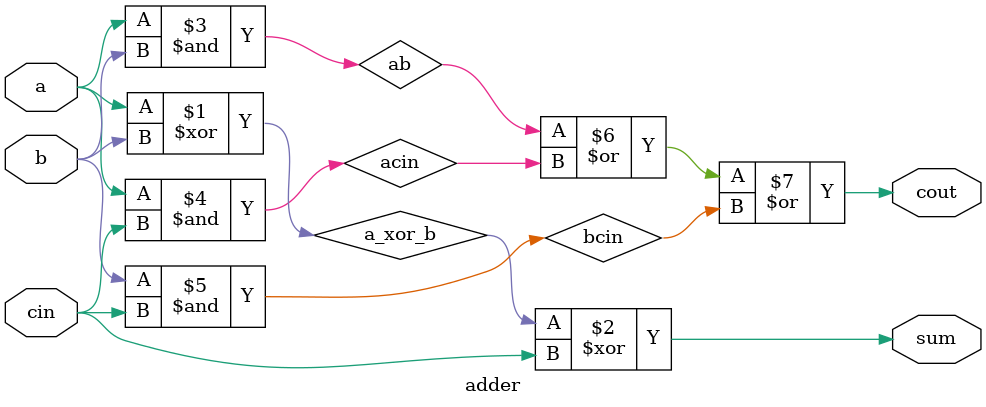
<source format=sv>
`timescale 1ns/10ps

module adder (
	cout, sum,
	a, b, cin
);

	input logic a, b, cin;
	output logic cout, sum;
	
	// sum = a ^ b ^ cin
	// carry_out = (a & b) | (a & cin) | (b & cin)
	
	logic a_xor_b;
	xor #50 g1 (a_xor_b, a, b);
	xor #50 g2 (sum, a_xor_b, cin);
	
	logic ab, acin, bcin;
	and #50 g3 (ab, a, b);
	and #50 g4 (acin, a, cin);
	and #50 g5 (bcin, b, cin);
	or #50 g6 (cout, ab, acin, bcin);

endmodule

</source>
